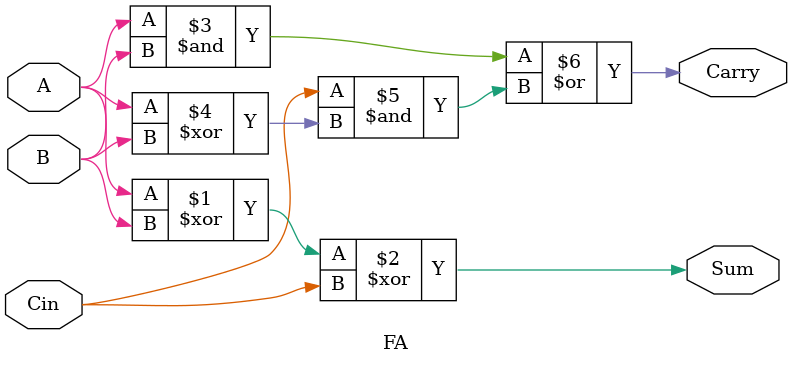
<source format=v>
`timescale 1ns / 1ps

module FA(A, B, Cin, Sum, Carry);
    input A;
    input B;
    input Cin;
    output Sum;
    output Carry;
	 
	 assign Sum = A^B^Cin;
	 assign Carry = (A&B)|(Cin&(A^B));
	 


endmodule

</source>
